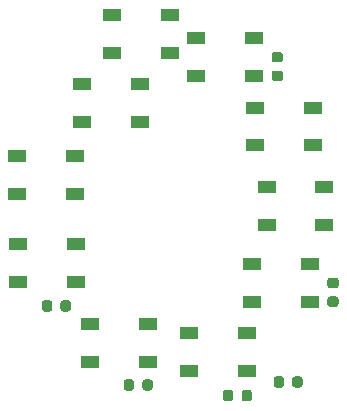
<source format=gbr>
%TF.GenerationSoftware,KiCad,Pcbnew,(5.1.10)-1*%
%TF.CreationDate,2021-11-16T17:31:42+11:00*%
%TF.ProjectId,FIRE TEST Panel PCB V2,46495245-2054-4455-9354-2050616e656c,rev?*%
%TF.SameCoordinates,Original*%
%TF.FileFunction,Paste,Top*%
%TF.FilePolarity,Positive*%
%FSLAX46Y46*%
G04 Gerber Fmt 4.6, Leading zero omitted, Abs format (unit mm)*
G04 Created by KiCad (PCBNEW (5.1.10)-1) date 2021-11-16 17:31:42*
%MOMM*%
%LPD*%
G01*
G04 APERTURE LIST*
%ADD10R,1.500000X1.000000*%
G04 APERTURE END LIST*
%TO.C,R1*%
G36*
G01*
X144057000Y-114701750D02*
X144057000Y-115214250D01*
G75*
G02*
X143838250Y-115433000I-218750J0D01*
G01*
X143400750Y-115433000D01*
G75*
G02*
X143182000Y-115214250I0J218750D01*
G01*
X143182000Y-114701750D01*
G75*
G02*
X143400750Y-114483000I218750J0D01*
G01*
X143838250Y-114483000D01*
G75*
G02*
X144057000Y-114701750I0J-218750D01*
G01*
G37*
G36*
G01*
X145632000Y-114701750D02*
X145632000Y-115214250D01*
G75*
G02*
X145413250Y-115433000I-218750J0D01*
G01*
X144975750Y-115433000D01*
G75*
G02*
X144757000Y-115214250I0J218750D01*
G01*
X144757000Y-114701750D01*
G75*
G02*
X144975750Y-114483000I218750J0D01*
G01*
X145413250Y-114483000D01*
G75*
G02*
X145632000Y-114701750I0J-218750D01*
G01*
G37*
%TD*%
%TO.C,C7*%
G36*
G01*
X147947750Y-107711000D02*
X148460250Y-107711000D01*
G75*
G02*
X148679000Y-107929750I0J-218750D01*
G01*
X148679000Y-108367250D01*
G75*
G02*
X148460250Y-108586000I-218750J0D01*
G01*
X147947750Y-108586000D01*
G75*
G02*
X147729000Y-108367250I0J218750D01*
G01*
X147729000Y-107929750D01*
G75*
G02*
X147947750Y-107711000I218750J0D01*
G01*
G37*
G36*
G01*
X147947750Y-106136000D02*
X148460250Y-106136000D01*
G75*
G02*
X148679000Y-106354750I0J-218750D01*
G01*
X148679000Y-106792250D01*
G75*
G02*
X148460250Y-107011000I-218750J0D01*
G01*
X147947750Y-107011000D01*
G75*
G02*
X147729000Y-106792250I0J218750D01*
G01*
X147729000Y-106354750D01*
G75*
G02*
X147947750Y-106136000I218750J0D01*
G01*
G37*
%TD*%
%TO.C,C6*%
G36*
G01*
X140464000Y-116364250D02*
X140464000Y-115851750D01*
G75*
G02*
X140682750Y-115633000I218750J0D01*
G01*
X141120250Y-115633000D01*
G75*
G02*
X141339000Y-115851750I0J-218750D01*
G01*
X141339000Y-116364250D01*
G75*
G02*
X141120250Y-116583000I-218750J0D01*
G01*
X140682750Y-116583000D01*
G75*
G02*
X140464000Y-116364250I0J218750D01*
G01*
G37*
G36*
G01*
X138889000Y-116364250D02*
X138889000Y-115851750D01*
G75*
G02*
X139107750Y-115633000I218750J0D01*
G01*
X139545250Y-115633000D01*
G75*
G02*
X139764000Y-115851750I0J-218750D01*
G01*
X139764000Y-116364250D01*
G75*
G02*
X139545250Y-116583000I-218750J0D01*
G01*
X139107750Y-116583000D01*
G75*
G02*
X138889000Y-116364250I0J218750D01*
G01*
G37*
%TD*%
%TO.C,C5*%
G36*
G01*
X132067000Y-115465250D02*
X132067000Y-114952750D01*
G75*
G02*
X132285750Y-114734000I218750J0D01*
G01*
X132723250Y-114734000D01*
G75*
G02*
X132942000Y-114952750I0J-218750D01*
G01*
X132942000Y-115465250D01*
G75*
G02*
X132723250Y-115684000I-218750J0D01*
G01*
X132285750Y-115684000D01*
G75*
G02*
X132067000Y-115465250I0J218750D01*
G01*
G37*
G36*
G01*
X130492000Y-115465250D02*
X130492000Y-114952750D01*
G75*
G02*
X130710750Y-114734000I218750J0D01*
G01*
X131148250Y-114734000D01*
G75*
G02*
X131367000Y-114952750I0J-218750D01*
G01*
X131367000Y-115465250D01*
G75*
G02*
X131148250Y-115684000I-218750J0D01*
G01*
X130710750Y-115684000D01*
G75*
G02*
X130492000Y-115465250I0J218750D01*
G01*
G37*
%TD*%
%TO.C,C4*%
G36*
G01*
X125135000Y-108775250D02*
X125135000Y-108262750D01*
G75*
G02*
X125353750Y-108044000I218750J0D01*
G01*
X125791250Y-108044000D01*
G75*
G02*
X126010000Y-108262750I0J-218750D01*
G01*
X126010000Y-108775250D01*
G75*
G02*
X125791250Y-108994000I-218750J0D01*
G01*
X125353750Y-108994000D01*
G75*
G02*
X125135000Y-108775250I0J218750D01*
G01*
G37*
G36*
G01*
X123560000Y-108775250D02*
X123560000Y-108262750D01*
G75*
G02*
X123778750Y-108044000I218750J0D01*
G01*
X124216250Y-108044000D01*
G75*
G02*
X124435000Y-108262750I0J-218750D01*
G01*
X124435000Y-108775250D01*
G75*
G02*
X124216250Y-108994000I-218750J0D01*
G01*
X123778750Y-108994000D01*
G75*
G02*
X123560000Y-108775250I0J218750D01*
G01*
G37*
%TD*%
%TO.C,C3*%
G36*
G01*
X143238750Y-88602200D02*
X143751250Y-88602200D01*
G75*
G02*
X143970000Y-88820950I0J-218750D01*
G01*
X143970000Y-89258450D01*
G75*
G02*
X143751250Y-89477200I-218750J0D01*
G01*
X143238750Y-89477200D01*
G75*
G02*
X143020000Y-89258450I0J218750D01*
G01*
X143020000Y-88820950D01*
G75*
G02*
X143238750Y-88602200I218750J0D01*
G01*
G37*
G36*
G01*
X143238750Y-87027200D02*
X143751250Y-87027200D01*
G75*
G02*
X143970000Y-87245950I0J-218750D01*
G01*
X143970000Y-87683450D01*
G75*
G02*
X143751250Y-87902200I-218750J0D01*
G01*
X143238750Y-87902200D01*
G75*
G02*
X143020000Y-87683450I0J218750D01*
G01*
X143020000Y-87245950D01*
G75*
G02*
X143238750Y-87027200I218750J0D01*
G01*
G37*
%TD*%
D10*
%TO.C,D10*%
X126938000Y-89738400D03*
X126938000Y-92938400D03*
X131838000Y-89738400D03*
X131838000Y-92938400D03*
%TD*%
%TO.C,D9*%
X121463000Y-95859600D03*
X121463000Y-99059600D03*
X126363000Y-95859600D03*
X126363000Y-99059600D03*
%TD*%
%TO.C,D8*%
X121514000Y-103276000D03*
X121514000Y-106476000D03*
X126414000Y-103276000D03*
X126414000Y-106476000D03*
%TD*%
%TO.C,D7*%
X127610000Y-110033000D03*
X127610000Y-113233000D03*
X132510000Y-110033000D03*
X132510000Y-113233000D03*
%TD*%
%TO.C,D6*%
X136031000Y-110820000D03*
X136031000Y-114020000D03*
X140931000Y-110820000D03*
X140931000Y-114020000D03*
%TD*%
%TO.C,D5*%
X141353000Y-104953000D03*
X141353000Y-108153000D03*
X146253000Y-104953000D03*
X146253000Y-108153000D03*
%TD*%
%TO.C,D4*%
X142584000Y-98476000D03*
X142584000Y-101676000D03*
X147484000Y-98476000D03*
X147484000Y-101676000D03*
%TD*%
%TO.C,D3*%
X141619000Y-91719600D03*
X141619000Y-94919600D03*
X146519000Y-91719600D03*
X146519000Y-94919600D03*
%TD*%
%TO.C,D2*%
X136640000Y-85826800D03*
X136640000Y-89026800D03*
X141540000Y-85826800D03*
X141540000Y-89026800D03*
%TD*%
%TO.C,D1*%
X129517000Y-83921600D03*
X129517000Y-87121600D03*
X134417000Y-83921600D03*
X134417000Y-87121600D03*
%TD*%
M02*

</source>
